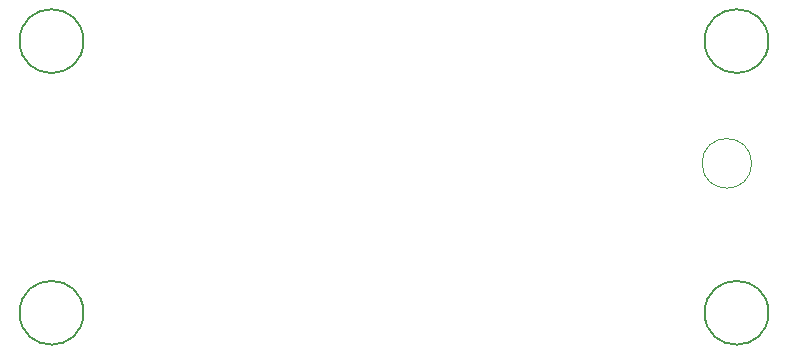
<source format=gbr>
G04 #@! TF.GenerationSoftware,KiCad,Pcbnew,9.0.5*
G04 #@! TF.CreationDate,2025-11-03T18:46:07+02:00*
G04 #@! TF.ProjectId,elecDeTrimisproiect,656c6563-4465-4547-9269-6d697370726f,rev?*
G04 #@! TF.SameCoordinates,Original*
G04 #@! TF.FileFunction,Other,Comment*
%FSLAX46Y46*%
G04 Gerber Fmt 4.6, Leading zero omitted, Abs format (unit mm)*
G04 Created by KiCad (PCBNEW 9.0.5) date 2025-11-03 18:46:07*
%MOMM*%
%LPD*%
G01*
G04 APERTURE LIST*
%ADD10C,0.100000*%
%ADD11C,0.150000*%
G04 APERTURE END LIST*
D10*
G04 #@! TO.C,J2*
X88275000Y-43350000D02*
G75*
G02*
X84075000Y-43350000I-2100000J0D01*
G01*
X84075000Y-43350000D02*
G75*
G02*
X88275000Y-43350000I2100000J0D01*
G01*
D11*
G04 #@! TO.C,REF\u002A\u002A*
X31700000Y-33000000D02*
G75*
G02*
X26300000Y-33000000I-2700000J0D01*
G01*
X26300000Y-33000000D02*
G75*
G02*
X31700000Y-33000000I2700000J0D01*
G01*
X89700000Y-33000000D02*
G75*
G02*
X84300000Y-33000000I-2700000J0D01*
G01*
X84300000Y-33000000D02*
G75*
G02*
X89700000Y-33000000I2700000J0D01*
G01*
X89700000Y-56000000D02*
G75*
G02*
X84300000Y-56000000I-2700000J0D01*
G01*
X84300000Y-56000000D02*
G75*
G02*
X89700000Y-56000000I2700000J0D01*
G01*
X31700000Y-56000000D02*
G75*
G02*
X26300000Y-56000000I-2700000J0D01*
G01*
X26300000Y-56000000D02*
G75*
G02*
X31700000Y-56000000I2700000J0D01*
G01*
G04 #@! TD*
M02*

</source>
